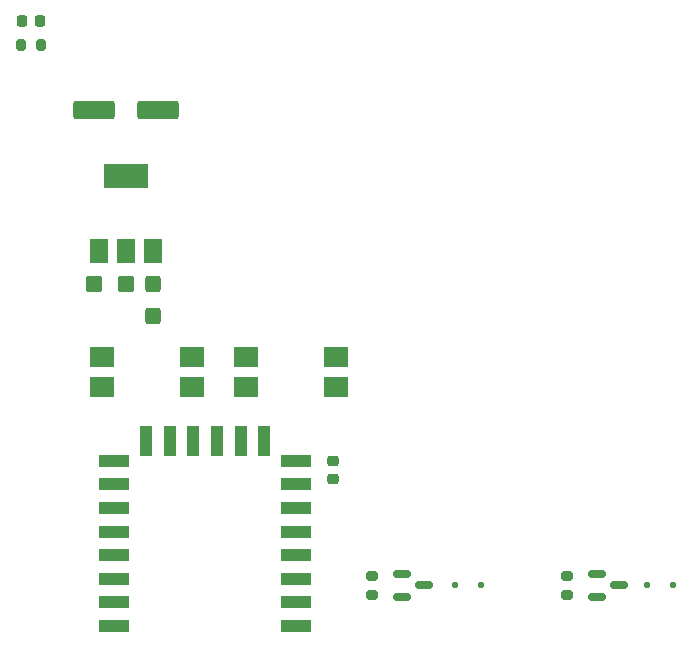
<source format=gtp>
G04 #@! TF.GenerationSoftware,KiCad,Pcbnew,7.0.8*
G04 #@! TF.CreationDate,2024-05-09T20:38:46-03:00*
G04 #@! TF.ProjectId,lamp_module_x2,6c616d70-5f6d-46f6-9475-6c655f78322e,1.1*
G04 #@! TF.SameCoordinates,Original*
G04 #@! TF.FileFunction,Paste,Top*
G04 #@! TF.FilePolarity,Positive*
%FSLAX46Y46*%
G04 Gerber Fmt 4.6, Leading zero omitted, Abs format (unit mm)*
G04 Created by KiCad (PCBNEW 7.0.8) date 2024-05-09 20:38:46*
%MOMM*%
%LPD*%
G01*
G04 APERTURE LIST*
G04 Aperture macros list*
%AMRoundRect*
0 Rectangle with rounded corners*
0 $1 Rounding radius*
0 $2 $3 $4 $5 $6 $7 $8 $9 X,Y pos of 4 corners*
0 Add a 4 corners polygon primitive as box body*
4,1,4,$2,$3,$4,$5,$6,$7,$8,$9,$2,$3,0*
0 Add four circle primitives for the rounded corners*
1,1,$1+$1,$2,$3*
1,1,$1+$1,$4,$5*
1,1,$1+$1,$6,$7*
1,1,$1+$1,$8,$9*
0 Add four rect primitives between the rounded corners*
20,1,$1+$1,$2,$3,$4,$5,0*
20,1,$1+$1,$4,$5,$6,$7,0*
20,1,$1+$1,$6,$7,$8,$9,0*
20,1,$1+$1,$8,$9,$2,$3,0*%
G04 Aperture macros list end*
%ADD10RoundRect,0.125000X0.125000X0.125000X-0.125000X0.125000X-0.125000X-0.125000X0.125000X-0.125000X0*%
%ADD11R,2.000000X1.780000*%
%ADD12RoundRect,0.200000X-0.275000X0.200000X-0.275000X-0.200000X0.275000X-0.200000X0.275000X0.200000X0*%
%ADD13RoundRect,0.150000X-0.587500X-0.150000X0.587500X-0.150000X0.587500X0.150000X-0.587500X0.150000X0*%
%ADD14RoundRect,0.225000X-0.250000X0.225000X-0.250000X-0.225000X0.250000X-0.225000X0.250000X0.225000X0*%
%ADD15RoundRect,0.218750X0.218750X0.256250X-0.218750X0.256250X-0.218750X-0.256250X0.218750X-0.256250X0*%
%ADD16R,1.500000X2.000000*%
%ADD17R,3.800000X2.000000*%
%ADD18RoundRect,0.250000X0.450000X0.425000X-0.450000X0.425000X-0.450000X-0.425000X0.450000X-0.425000X0*%
%ADD19R,1.100000X2.500000*%
%ADD20R,2.500000X1.100000*%
%ADD21RoundRect,0.250000X-0.425000X0.450000X-0.425000X-0.450000X0.425000X-0.450000X0.425000X0.450000X0*%
%ADD22RoundRect,0.250000X1.500000X0.550000X-1.500000X0.550000X-1.500000X-0.550000X1.500000X-0.550000X0*%
%ADD23RoundRect,0.200000X-0.200000X-0.275000X0.200000X-0.275000X0.200000X0.275000X-0.200000X0.275000X0*%
G04 APERTURE END LIST*
D10*
X170518000Y-108204000D03*
X168318000Y-108204000D03*
D11*
X122174000Y-88900000D03*
X122174000Y-91440000D03*
X129794000Y-91440000D03*
X129794000Y-88900000D03*
D12*
X161536000Y-109029000D03*
X161536000Y-107379000D03*
D13*
X165959000Y-108204000D03*
X164084000Y-109154000D03*
X164084000Y-107254000D03*
D14*
X141717001Y-99197846D03*
X141717001Y-97647846D03*
D13*
X149449000Y-108204000D03*
X147574000Y-109154000D03*
X147574000Y-107254000D03*
D10*
X152062000Y-108204000D03*
X154262000Y-108204000D03*
D15*
X115397500Y-60407300D03*
X116972500Y-60407300D03*
D16*
X121906000Y-79857999D03*
X124206000Y-79857999D03*
D17*
X124206000Y-73557999D03*
D16*
X126506000Y-79857999D03*
D12*
X145019000Y-109029000D03*
X145019000Y-107379000D03*
D18*
X124206000Y-82724000D03*
X121506000Y-82724000D03*
D19*
X125932000Y-95947846D03*
X127932000Y-95947846D03*
X129932000Y-95947846D03*
X131932000Y-95947846D03*
X133932000Y-95947846D03*
X135932000Y-95947846D03*
D20*
X123222000Y-111647846D03*
X123222000Y-109647846D03*
X123222000Y-107647846D03*
X123222000Y-105647846D03*
X123222000Y-103647846D03*
X123222000Y-101647846D03*
X123222000Y-99647846D03*
X123222000Y-97647846D03*
X138622000Y-97647846D03*
X138622000Y-99647846D03*
X138622000Y-101647846D03*
X138622000Y-103647846D03*
X138622000Y-105647846D03*
X138622000Y-107647846D03*
X138622000Y-109647846D03*
X138622000Y-111647846D03*
D11*
X141986000Y-88900000D03*
X141986000Y-91440000D03*
X134366000Y-91440000D03*
X134366000Y-88900000D03*
D21*
X126505999Y-82724000D03*
X126505999Y-85424000D03*
D22*
X126906000Y-67931300D03*
X121506000Y-67931300D03*
D23*
X117030000Y-62439300D03*
X115380000Y-62439300D03*
M02*

</source>
